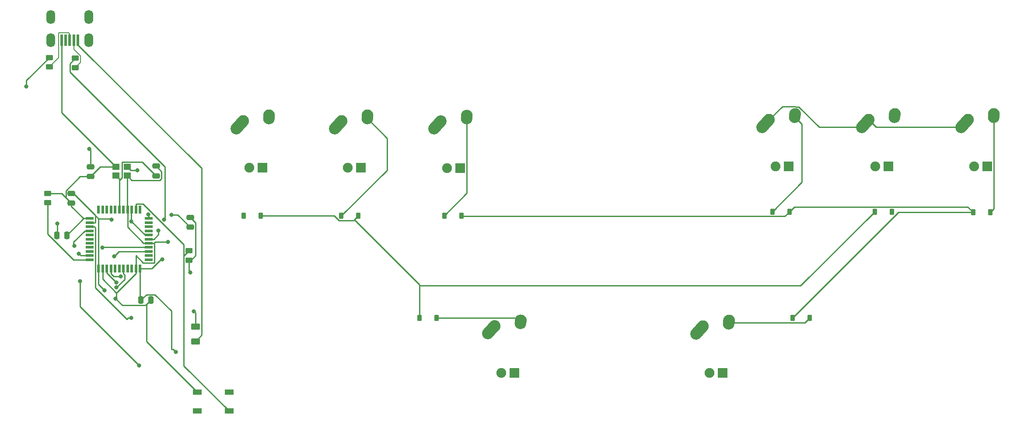
<source format=gtl>
%TF.GenerationSoftware,KiCad,Pcbnew,7.0.2*%
%TF.CreationDate,2023-05-03T01:09:27+02:00*%
%TF.ProjectId,PCB GUIDANCE,50434220-4755-4494-9441-4e43452e6b69,rev?*%
%TF.SameCoordinates,Original*%
%TF.FileFunction,Copper,L1,Top*%
%TF.FilePolarity,Positive*%
%FSLAX45Y45*%
G04 Gerber Fmt 4.5, Leading zero omitted, Abs format (unit mm)*
G04 Created by KiCad (PCBNEW 7.0.2) date 2023-05-03 01:09:27*
%MOMM*%
%LPD*%
G01*
G04 APERTURE LIST*
G04 Aperture macros list*
%AMRoundRect*
0 Rectangle with rounded corners*
0 $1 Rounding radius*
0 $2 $3 $4 $5 $6 $7 $8 $9 X,Y pos of 4 corners*
0 Add a 4 corners polygon primitive as box body*
4,1,4,$2,$3,$4,$5,$6,$7,$8,$9,$2,$3,0*
0 Add four circle primitives for the rounded corners*
1,1,$1+$1,$2,$3*
1,1,$1+$1,$4,$5*
1,1,$1+$1,$6,$7*
1,1,$1+$1,$8,$9*
0 Add four rect primitives between the rounded corners*
20,1,$1+$1,$2,$3,$4,$5,0*
20,1,$1+$1,$4,$5,$6,$7,0*
20,1,$1+$1,$6,$7,$8,$9,0*
20,1,$1+$1,$8,$9,$2,$3,0*%
%AMHorizOval*
0 Thick line with rounded ends*
0 $1 width*
0 $2 $3 position (X,Y) of the first rounded end (center of the circle)*
0 $4 $5 position (X,Y) of the second rounded end (center of the circle)*
0 Add line between two ends*
20,1,$1,$2,$3,$4,$5,0*
0 Add two circle primitives to create the rounded ends*
1,1,$1,$2,$3*
1,1,$1,$4,$5*%
G04 Aperture macros list end*
%TA.AperFunction,SMDPad,CuDef*%
%ADD10RoundRect,0.225000X0.225000X0.375000X-0.225000X0.375000X-0.225000X-0.375000X0.225000X-0.375000X0*%
%TD*%
%TA.AperFunction,SMDPad,CuDef*%
%ADD11R,1.800000X1.100000*%
%TD*%
%TA.AperFunction,ComponentPad*%
%ADD12HorizOval,2.250000X0.655001X0.730000X-0.655001X-0.730000X0*%
%TD*%
%TA.AperFunction,ComponentPad*%
%ADD13C,2.250000*%
%TD*%
%TA.AperFunction,ComponentPad*%
%ADD14HorizOval,2.250000X0.020000X0.290000X-0.020000X-0.290000X0*%
%TD*%
%TA.AperFunction,ComponentPad*%
%ADD15C,1.905000*%
%TD*%
%TA.AperFunction,ComponentPad*%
%ADD16R,1.905000X1.905000*%
%TD*%
%TA.AperFunction,SMDPad,CuDef*%
%ADD17RoundRect,0.250000X0.450000X-0.262500X0.450000X0.262500X-0.450000X0.262500X-0.450000X-0.262500X0*%
%TD*%
%TA.AperFunction,SMDPad,CuDef*%
%ADD18RoundRect,0.225000X-0.225000X-0.375000X0.225000X-0.375000X0.225000X0.375000X-0.225000X0.375000X0*%
%TD*%
%TA.AperFunction,SMDPad,CuDef*%
%ADD19RoundRect,0.250000X0.625000X-0.375000X0.625000X0.375000X-0.625000X0.375000X-0.625000X-0.375000X0*%
%TD*%
%TA.AperFunction,SMDPad,CuDef*%
%ADD20R,0.500000X2.250000*%
%TD*%
%TA.AperFunction,ComponentPad*%
%ADD21O,1.700000X2.700000*%
%TD*%
%TA.AperFunction,SMDPad,CuDef*%
%ADD22RoundRect,0.250000X-0.475000X0.250000X-0.475000X-0.250000X0.475000X-0.250000X0.475000X0.250000X0*%
%TD*%
%TA.AperFunction,SMDPad,CuDef*%
%ADD23RoundRect,0.250000X-0.250000X-0.475000X0.250000X-0.475000X0.250000X0.475000X-0.250000X0.475000X0*%
%TD*%
%TA.AperFunction,SMDPad,CuDef*%
%ADD24R,1.500000X0.550000*%
%TD*%
%TA.AperFunction,SMDPad,CuDef*%
%ADD25R,0.550000X1.500000*%
%TD*%
%TA.AperFunction,SMDPad,CuDef*%
%ADD26R,1.400000X1.200000*%
%TD*%
%TA.AperFunction,SMDPad,CuDef*%
%ADD27RoundRect,0.250000X0.475000X-0.250000X0.475000X0.250000X-0.475000X0.250000X-0.475000X-0.250000X0*%
%TD*%
%TA.AperFunction,ViaPad*%
%ADD28C,0.800000*%
%TD*%
%TA.AperFunction,Conductor*%
%ADD29C,0.254000*%
%TD*%
%TA.AperFunction,Conductor*%
%ADD30C,0.200000*%
%TD*%
G04 APERTURE END LIST*
D10*
%TO.P,D1,1,K*%
%TO.N,ROW0*%
X9562900Y-10353675D03*
%TO.P,D1,2,A*%
%TO.N,Net-(D1-A)*%
X9232900Y-10353675D03*
%TD*%
D11*
%TO.P,SW1,1,1*%
%TO.N,GND*%
X8332350Y-13772300D03*
%TO.P,SW1,2,2*%
%TO.N,Net-(U1-~{RESET})*%
X8952350Y-14142300D03*
%TO.P,SW1,3*%
%TO.N,N/C*%
X8332350Y-14142300D03*
%TO.P,SW1,4*%
X8952350Y-13772300D03*
%TD*%
D12*
%TO.P,MX4,1,COL*%
%TO.N,COL1*%
X19337750Y-8566175D03*
D13*
X19403250Y-8493175D03*
D14*
%TO.P,MX4,2,ROW*%
%TO.N,Net-(D4-A)*%
X19905250Y-8414175D03*
D13*
X19907250Y-8385175D03*
D15*
%TO.P,MX4,3*%
%TO.N,N/C*%
X19526250Y-9401175D03*
D16*
%TO.P,MX4,4*%
X19780250Y-9401175D03*
%TD*%
D17*
%TO.P,R4,1*%
%TO.N,Net-(U1-~{HWB}{slash}PE2)*%
X5441950Y-10101200D03*
%TO.P,R4,2*%
%TO.N,GND*%
X5441950Y-9918700D03*
%TD*%
D18*
%TO.P,D5,1,K*%
%TO.N,ROW0*%
X21450400Y-10274300D03*
%TO.P,D5,2,A*%
%TO.N,Net-(D5-A)*%
X21780400Y-10274300D03*
%TD*%
D19*
%TO.P,F1,1*%
%TO.N,VCC*%
X8299450Y-12789200D03*
%TO.P,F1,2*%
%TO.N,+5V*%
X8299450Y-12509200D03*
%TD*%
D12*
%TO.P,MX2,1,COL*%
%TO.N,COL1*%
X11060525Y-8591675D03*
D13*
X11126025Y-8518675D03*
D14*
%TO.P,MX2,2,ROW*%
%TO.N,Net-(D2-A)*%
X11628025Y-8439675D03*
D13*
X11630025Y-8410675D03*
D15*
%TO.P,MX2,3*%
%TO.N,N/C*%
X11249025Y-9426675D03*
D16*
%TO.P,MX2,4*%
X11503025Y-9426675D03*
%TD*%
D20*
%TO.P,USB1,1,GND*%
%TO.N,GND*%
X5707400Y-6952400D03*
%TO.P,USB1,2,ID*%
%TO.N,unconnected-(USB1-ID-Pad2)*%
X5787400Y-6952400D03*
%TO.P,USB1,3,D+*%
%TO.N,D+*%
X5867400Y-6952400D03*
%TO.P,USB1,4,D-*%
%TO.N,D-*%
X5947400Y-6952400D03*
%TO.P,USB1,5,VBUS*%
%TO.N,VCC*%
X6027400Y-6952400D03*
D21*
%TO.P,USB1,6,SHIELD*%
%TO.N,unconnected-(USB1-SHIELD-Pad6)*%
X6232400Y-6502400D03*
X5502400Y-6502400D03*
X6232400Y-6952400D03*
X5502400Y-6952400D03*
%TD*%
D12*
%TO.P,MX3,1,COL*%
%TO.N,COL2*%
X12981400Y-8594750D03*
D13*
X13046900Y-8521750D03*
D14*
%TO.P,MX3,2,ROW*%
%TO.N,Net-(D3-A)*%
X13548900Y-8442750D03*
D13*
X13550900Y-8413750D03*
D15*
%TO.P,MX3,3*%
%TO.N,N/C*%
X13169900Y-9429750D03*
D16*
%TO.P,MX3,4*%
X13423900Y-9429750D03*
%TD*%
D12*
%TO.P,MX5,1,COL*%
%TO.N,COL1*%
X21268150Y-8566175D03*
D13*
X21333650Y-8493175D03*
D14*
%TO.P,MX5,2,ROW*%
%TO.N,Net-(D5-A)*%
X21835650Y-8414175D03*
D13*
X21837650Y-8385175D03*
D15*
%TO.P,MX5,3*%
%TO.N,N/C*%
X21456650Y-9401175D03*
D16*
%TO.P,MX5,4*%
X21710650Y-9401175D03*
%TD*%
D22*
%TO.P,C5,1*%
%TO.N,+5V*%
X8197850Y-10388600D03*
%TO.P,C5,2*%
%TO.N,GND*%
X8197850Y-10578600D03*
%TD*%
D17*
%TO.P,R2,1*%
%TO.N,D+*%
X5473700Y-7469950D03*
%TO.P,R2,2*%
%TO.N,Net-(U1-D+)*%
X5473700Y-7287450D03*
%TD*%
D23*
%TO.P,C3,1*%
%TO.N,Net-(U1-UCAP)*%
X5620250Y-10731500D03*
%TO.P,C3,2*%
%TO.N,GND*%
X5810250Y-10731500D03*
%TD*%
D10*
%TO.P,D4,1,K*%
%TO.N,ROW1*%
X19796025Y-10274300D03*
%TO.P,D4,2,A*%
%TO.N,Net-(D4-A)*%
X19466025Y-10274300D03*
%TD*%
D24*
%TO.P,U1,1,PE6*%
%TO.N,unconnected-(U1-PE6-Pad1)*%
X7396250Y-11207700D03*
%TO.P,U1,2,UVCC*%
%TO.N,+5V*%
X7396250Y-11127700D03*
%TO.P,U1,3,D-*%
%TO.N,Net-(U1-D-)*%
X7396250Y-11047700D03*
%TO.P,U1,4,D+*%
%TO.N,Net-(U1-D+)*%
X7396250Y-10967700D03*
%TO.P,U1,5,UGND*%
%TO.N,GND*%
X7396250Y-10887700D03*
%TO.P,U1,6,UCAP*%
%TO.N,Net-(U1-UCAP)*%
X7396250Y-10807700D03*
%TO.P,U1,7,VBUS*%
%TO.N,+5V*%
X7396250Y-10727700D03*
%TO.P,U1,8,PB0*%
%TO.N,unconnected-(U1-PB0-Pad8)*%
X7396250Y-10647700D03*
%TO.P,U1,9,PB1*%
%TO.N,unconnected-(U1-PB1-Pad9)*%
X7396250Y-10567700D03*
%TO.P,U1,10,PB2*%
%TO.N,unconnected-(U1-PB2-Pad10)*%
X7396250Y-10487700D03*
%TO.P,U1,11,PB3*%
%TO.N,unconnected-(U1-PB3-Pad11)*%
X7396250Y-10407700D03*
D25*
%TO.P,U1,12,PB7*%
%TO.N,unconnected-(U1-PB7-Pad12)*%
X7226250Y-10237700D03*
%TO.P,U1,13,~{RESET}*%
%TO.N,Net-(U1-~{RESET})*%
X7146250Y-10237700D03*
%TO.P,U1,14,VCC*%
%TO.N,+5V*%
X7066250Y-10237700D03*
%TO.P,U1,15,GND*%
%TO.N,GND*%
X6986250Y-10237700D03*
%TO.P,U1,16,XTAL2*%
%TO.N,Net-(U1-XTAL2)*%
X6906250Y-10237700D03*
%TO.P,U1,17,XTAL1*%
%TO.N,Net-(U1-XTAL1)*%
X6826250Y-10237700D03*
%TO.P,U1,18,PD0*%
%TO.N,unconnected-(U1-PD0-Pad18)*%
X6746250Y-10237700D03*
%TO.P,U1,19,PD1*%
%TO.N,unconnected-(U1-PD1-Pad19)*%
X6666250Y-10237700D03*
%TO.P,U1,20,PD2*%
%TO.N,unconnected-(U1-PD2-Pad20)*%
X6586250Y-10237700D03*
%TO.P,U1,21,PD3*%
%TO.N,unconnected-(U1-PD3-Pad21)*%
X6506250Y-10237700D03*
%TO.P,U1,22,PD5*%
%TO.N,unconnected-(U1-PD5-Pad22)*%
X6426250Y-10237700D03*
D24*
%TO.P,U1,23,GND*%
%TO.N,GND*%
X6256250Y-10407700D03*
%TO.P,U1,24,AVCC*%
%TO.N,+5V*%
X6256250Y-10487700D03*
%TO.P,U1,25,PD4*%
%TO.N,unconnected-(U1-PD4-Pad25)*%
X6256250Y-10567700D03*
%TO.P,U1,26,PD6*%
%TO.N,unconnected-(U1-PD6-Pad26)*%
X6256250Y-10647700D03*
%TO.P,U1,27,PD7*%
%TO.N,unconnected-(U1-PD7-Pad27)*%
X6256250Y-10727700D03*
%TO.P,U1,28,PB4*%
%TO.N,unconnected-(U1-PB4-Pad28)*%
X6256250Y-10807700D03*
%TO.P,U1,29,PB5*%
%TO.N,unconnected-(U1-PB5-Pad29)*%
X6256250Y-10887700D03*
%TO.P,U1,30,PB6*%
%TO.N,unconnected-(U1-PB6-Pad30)*%
X6256250Y-10967700D03*
%TO.P,U1,31,PC6*%
%TO.N,unconnected-(U1-PC6-Pad31)*%
X6256250Y-11047700D03*
%TO.P,U1,32,PC7*%
%TO.N,unconnected-(U1-PC7-Pad32)*%
X6256250Y-11127700D03*
%TO.P,U1,33,~{HWB}/PE2*%
%TO.N,Net-(U1-~{HWB}{slash}PE2)*%
X6256250Y-11207700D03*
D25*
%TO.P,U1,34,VCC*%
%TO.N,+5V*%
X6426250Y-11377700D03*
%TO.P,U1,35,GND*%
%TO.N,GND*%
X6506250Y-11377700D03*
%TO.P,U1,36,PF7*%
%TO.N,unconnected-(U1-PF7-Pad36)*%
X6586250Y-11377700D03*
%TO.P,U1,37,PF6*%
%TO.N,unconnected-(U1-PF6-Pad37)*%
X6666250Y-11377700D03*
%TO.P,U1,38,PF5*%
%TO.N,unconnected-(U1-PF5-Pad38)*%
X6746250Y-11377700D03*
%TO.P,U1,39,PF4*%
%TO.N,unconnected-(U1-PF4-Pad39)*%
X6826250Y-11377700D03*
%TO.P,U1,40,PF1*%
%TO.N,unconnected-(U1-PF1-Pad40)*%
X6906250Y-11377700D03*
%TO.P,U1,41,PF0*%
%TO.N,unconnected-(U1-PF0-Pad41)*%
X6986250Y-11377700D03*
%TO.P,U1,42,AREF*%
%TO.N,unconnected-(U1-AREF-Pad42)*%
X7066250Y-11377700D03*
%TO.P,U1,43,GND*%
%TO.N,GND*%
X7146250Y-11377700D03*
%TO.P,U1,44,AVCC*%
%TO.N,+5V*%
X7226250Y-11377700D03*
%TD*%
D26*
%TO.P,Y1,1,1*%
%TO.N,Net-(U1-XTAL1)*%
X6758650Y-9575800D03*
%TO.P,Y1,2,2*%
%TO.N,GND*%
X6978650Y-9575800D03*
%TO.P,Y1,3,3*%
%TO.N,Net-(U1-XTAL2)*%
X6978650Y-9405800D03*
%TO.P,Y1,4,4*%
%TO.N,GND*%
X6758650Y-9405800D03*
%TD*%
D12*
%TO.P,MX7,1,COL*%
%TO.N,COL1*%
X14029150Y-12566675D03*
D13*
X14094650Y-12493675D03*
D14*
%TO.P,MX7,2,ROW*%
%TO.N,Net-(D7-A)*%
X14596650Y-12414675D03*
D13*
X14598650Y-12385675D03*
D15*
%TO.P,MX7,3*%
%TO.N,N/C*%
X14217650Y-13401675D03*
D16*
%TO.P,MX7,4*%
X14471650Y-13401675D03*
%TD*%
D10*
%TO.P,D2,1,K*%
%TO.N,ROW0*%
X11455400Y-10353675D03*
%TO.P,D2,2,A*%
%TO.N,Net-(D2-A)*%
X11125400Y-10353675D03*
%TD*%
D17*
%TO.P,R3,1*%
%TO.N,D-*%
X5975475Y-7484325D03*
%TO.P,R3,2*%
%TO.N,Net-(U1-D-)*%
X5975475Y-7301825D03*
%TD*%
D23*
%TO.P,C6,1*%
%TO.N,+5V*%
X7245850Y-11988800D03*
%TO.P,C6,2*%
%TO.N,GND*%
X7435850Y-11988800D03*
%TD*%
D18*
%TO.P,D7,1,K*%
%TO.N,ROW0*%
X12633525Y-12338050D03*
%TO.P,D7,2,A*%
%TO.N,Net-(D7-A)*%
X12963525Y-12338050D03*
%TD*%
D10*
%TO.P,D3,1,K*%
%TO.N,ROW1*%
X13446025Y-10353675D03*
%TO.P,D3,2,A*%
%TO.N,Net-(D3-A)*%
X13116025Y-10353675D03*
%TD*%
D18*
%TO.P,D8,1,K*%
%TO.N,ROW1*%
X19856650Y-12338050D03*
%TO.P,D8,2,A*%
%TO.N,Net-(D8-A)*%
X20186650Y-12338050D03*
%TD*%
D27*
%TO.P,C2,1*%
%TO.N,GND*%
X6267450Y-9594600D03*
%TO.P,C2,2*%
%TO.N,Net-(U1-XTAL2)*%
X6267450Y-9404600D03*
%TD*%
D22*
%TO.P,C1,1*%
%TO.N,GND*%
X7537450Y-9391900D03*
%TO.P,C1,2*%
%TO.N,Net-(U1-XTAL1)*%
X7537450Y-9581900D03*
%TD*%
D17*
%TO.P,R1,1*%
%TO.N,+5V*%
X8175625Y-11216450D03*
%TO.P,R1,2*%
%TO.N,Net-(U1-~{RESET})*%
X8175625Y-11033950D03*
%TD*%
D18*
%TO.P,D6,1,K*%
%TO.N,ROW1*%
X23355400Y-10289125D03*
%TO.P,D6,2,A*%
%TO.N,Net-(D6-A)*%
X23685400Y-10289125D03*
%TD*%
D12*
%TO.P,MX1,1,COL*%
%TO.N,COL2*%
X9155525Y-8591675D03*
D13*
X9221025Y-8518675D03*
D14*
%TO.P,MX1,2,ROW*%
%TO.N,Net-(D1-A)*%
X9723025Y-8439675D03*
D13*
X9725025Y-8410675D03*
D15*
%TO.P,MX1,3*%
%TO.N,N/C*%
X9344025Y-9426675D03*
D16*
%TO.P,MX1,4*%
X9598025Y-9426675D03*
%TD*%
D22*
%TO.P,C4,1*%
%TO.N,+5V*%
X5899150Y-9919200D03*
%TO.P,C4,2*%
%TO.N,GND*%
X5899150Y-10109200D03*
%TD*%
D12*
%TO.P,MX8,1,COL*%
%TO.N,COL1*%
X18057400Y-12569800D03*
D13*
X18122900Y-12496800D03*
D14*
%TO.P,MX8,2,ROW*%
%TO.N,Net-(D8-A)*%
X18624900Y-12417800D03*
D13*
X18626900Y-12388800D03*
D15*
%TO.P,MX8,3*%
%TO.N,N/C*%
X18245900Y-13404800D03*
D16*
%TO.P,MX8,4*%
X18499900Y-13404800D03*
%TD*%
D12*
%TO.P,MX6,1,COL*%
%TO.N,COL1*%
X23185850Y-8566175D03*
D13*
X23251350Y-8493175D03*
D14*
%TO.P,MX6,2,ROW*%
%TO.N,Net-(D6-A)*%
X23753350Y-8414175D03*
D13*
X23755350Y-8385175D03*
D15*
%TO.P,MX6,3*%
%TO.N,N/C*%
X23374350Y-9401175D03*
D16*
%TO.P,MX6,4*%
X23628350Y-9401175D03*
%TD*%
D28*
%TO.N,GND*%
X7835900Y-10337800D03*
X6756400Y-11963400D03*
X7772400Y-10858500D03*
%TO.N,Net-(U1-XTAL2)*%
X6248400Y-9055100D03*
X7175500Y-9474200D03*
%TO.N,Net-(U1-UCAP)*%
X5626100Y-10502900D03*
X7581900Y-10642600D03*
%TO.N,+5V*%
X6540500Y-11798300D03*
X7658100Y-11201400D03*
X7924800Y-12992100D03*
X8267700Y-12204700D03*
X8204200Y-11455400D03*
X7061200Y-10464800D03*
X6680200Y-10426700D03*
%TO.N,Net-(U1-D+)*%
X6502400Y-10972800D03*
X5029200Y-7848600D03*
%TO.N,Net-(U1-D-)*%
X7696200Y-10426700D03*
X6731000Y-11137900D03*
%TO.N,unconnected-(U1-PB3-Pad11)*%
X7385104Y-10331396D03*
%TO.N,unconnected-(U1-PD4-Pad25)*%
X7061200Y-12331700D03*
%TO.N,unconnected-(U1-PD6-Pad26)*%
X5956300Y-10934700D03*
%TO.N,unconnected-(U1-PC7-Pad32)*%
X7213600Y-13258800D03*
X6070600Y-11620500D03*
X6045200Y-11087100D03*
%TO.N,unconnected-(U1-PF7-Pad36)*%
X6769100Y-11645900D03*
%TO.N,unconnected-(U1-PF6-Pad37)*%
X6858000Y-11531600D03*
%TO.N,unconnected-(U1-PF1-Pad40)*%
X6768592Y-11745849D03*
%TD*%
D29*
%TO.N,GND*%
X6769100Y-11950700D02*
X6756400Y-11963400D01*
X6267450Y-9594600D02*
X6069650Y-9594600D01*
X7608850Y-9664600D02*
X7067450Y-9664600D01*
X7396250Y-10887700D02*
X7295850Y-10887700D01*
X6887000Y-12094000D02*
X7330650Y-12094000D01*
X6756400Y-11963400D02*
X6887000Y-12094000D01*
X6978650Y-9575800D02*
X6978650Y-10230100D01*
X7496650Y-10887700D02*
X7525850Y-10858500D01*
X7537450Y-9391900D02*
X7642650Y-9497100D01*
X7503950Y-10907500D02*
X7484150Y-10887700D01*
X5899150Y-10172800D02*
X6134050Y-10407700D01*
X5793950Y-9870300D02*
X5793950Y-10004000D01*
X5899150Y-10109200D02*
X5899150Y-10172800D01*
X7146250Y-11471950D02*
X7146250Y-11377700D01*
X5708650Y-9918700D02*
X5899150Y-10109200D01*
X6456250Y-9405800D02*
X6758650Y-9405800D01*
X7067450Y-9664600D02*
X6978650Y-9575800D01*
X7642650Y-9630800D02*
X7608850Y-9664600D01*
X7642650Y-9497100D02*
X7642650Y-9630800D01*
X7146250Y-11125600D02*
X7288550Y-11267900D01*
X7350125Y-12790075D02*
X8332350Y-13772300D01*
X6267450Y-9594600D02*
X6456250Y-9405800D01*
X5810250Y-10731500D02*
X6134050Y-10407700D01*
X6069650Y-9594600D02*
X5793950Y-9870300D01*
X7146250Y-11377700D02*
X7146250Y-11125600D01*
X7835900Y-10337800D02*
X7957050Y-10337800D01*
X6758650Y-9405800D02*
X5707400Y-8354550D01*
X7396250Y-10887700D02*
X7496650Y-10887700D01*
X7330650Y-12094000D02*
X7350125Y-12074525D01*
X6986250Y-10578100D02*
X6986250Y-10237700D01*
X6506250Y-11377700D02*
X6506250Y-11586250D01*
X6769100Y-11849100D02*
X7146250Y-11471950D01*
X7288550Y-11267900D02*
X7503950Y-11267900D01*
X6978650Y-10230100D02*
X6986250Y-10237700D01*
X7525850Y-10858500D02*
X7772400Y-10858500D01*
X6134050Y-10407700D02*
X6256250Y-10407700D01*
X5793950Y-10004000D02*
X5899150Y-10109200D01*
X5707400Y-8354550D02*
X5707400Y-6952400D01*
X6769100Y-11849100D02*
X6769100Y-11950700D01*
X7484150Y-10887700D02*
X7295850Y-10887700D01*
X5441950Y-9918700D02*
X5708650Y-9918700D01*
X7350125Y-12074525D02*
X7435850Y-11988800D01*
X7503950Y-11267900D02*
X7503950Y-10907500D01*
X7295850Y-10887700D02*
X6986250Y-10578100D01*
X6506250Y-11586250D02*
X6769100Y-11849100D01*
X7350125Y-12074525D02*
X7350125Y-12790075D01*
X7957050Y-10337800D02*
X8197850Y-10578600D01*
%TO.N,Net-(U1-XTAL1)*%
X6758650Y-9575800D02*
X6826250Y-9643400D01*
X6875950Y-9313100D02*
X6875950Y-9615000D01*
X6826250Y-9643400D02*
X6826250Y-9664700D01*
X6826250Y-9664700D02*
X6826250Y-10237700D01*
X6875950Y-9615000D02*
X6826250Y-9664700D01*
X7268650Y-9313100D02*
X6875950Y-9313100D01*
X7537450Y-9581900D02*
X7268650Y-9313100D01*
%TO.N,Net-(U1-XTAL2)*%
X7175500Y-9474200D02*
X7047050Y-9474200D01*
X7047050Y-9474200D02*
X6978650Y-9405800D01*
X6267450Y-9074150D02*
X6248400Y-9055100D01*
X6267450Y-9404600D02*
X6267450Y-9074150D01*
%TO.N,Net-(U1-UCAP)*%
X7581900Y-10722450D02*
X7581900Y-10642600D01*
X5626100Y-10725650D02*
X5620250Y-10731500D01*
X5626100Y-10502900D02*
X5626100Y-10725650D01*
X7496650Y-10807700D02*
X7581900Y-10722450D01*
X7396250Y-10807700D02*
X7496650Y-10807700D01*
%TO.N,+5V*%
X8175625Y-11216450D02*
X8175625Y-11426825D01*
X6540500Y-11798300D02*
X6426250Y-11684050D01*
X6426250Y-10409800D02*
X6663300Y-10409800D01*
X6352125Y-10335675D02*
X6363950Y-10347500D01*
X7226250Y-11969200D02*
X7245850Y-11988800D01*
X7835900Y-12203575D02*
X7835900Y-12941300D01*
X7835900Y-12941300D02*
X7874000Y-12941300D01*
X7245850Y-11988800D02*
X7351050Y-11883600D01*
X8303050Y-11127950D02*
X8303050Y-10493800D01*
X6356650Y-10487700D02*
X6256250Y-10487700D01*
X7324100Y-10727700D02*
X7061200Y-10464800D01*
X8175625Y-11426825D02*
X8204200Y-11455400D01*
X7458355Y-11377700D02*
X7226250Y-11377700D01*
X6663300Y-10409800D02*
X6680200Y-10426700D01*
X7396250Y-10727700D02*
X7324100Y-10727700D01*
X5899150Y-9919200D02*
X5935650Y-9919200D01*
X8303050Y-10493800D02*
X8197850Y-10388600D01*
X7515925Y-11883600D02*
X7835900Y-12203575D01*
X8175625Y-11216450D02*
X8214550Y-11216450D01*
X8299450Y-12236450D02*
X8299450Y-12509200D01*
X6426250Y-11684050D02*
X6426250Y-11377700D01*
X7874000Y-12941300D02*
X7924800Y-12992100D01*
X6363950Y-10347500D02*
X6363950Y-10480400D01*
X7061200Y-10464800D02*
X7061200Y-10242750D01*
X7226250Y-11377700D02*
X7226250Y-11969200D01*
X8214550Y-11216450D02*
X8303050Y-11127950D01*
X8267700Y-12204700D02*
X8299450Y-12236450D01*
X5935650Y-9919200D02*
X6352125Y-10335675D01*
X7634655Y-11201400D02*
X7458355Y-11377700D01*
X6426250Y-10409800D02*
X6426250Y-11377700D01*
X7061200Y-10242750D02*
X7066250Y-10237700D01*
X6363950Y-10480400D02*
X6356650Y-10487700D01*
X6352125Y-10335675D02*
X6426250Y-10409800D01*
X7658100Y-11201400D02*
X7634655Y-11201400D01*
X7351050Y-11883600D02*
X7515925Y-11883600D01*
%TO.N,ROW0*%
X9562900Y-10353675D02*
X10987335Y-10353675D01*
X10987335Y-10353675D02*
X11080035Y-10446375D01*
X12633525Y-11709400D02*
X20015300Y-11709400D01*
X11374437Y-10434638D02*
X12633525Y-11693725D01*
X11362700Y-10446375D02*
X11374437Y-10434638D01*
X11374437Y-10434638D02*
X11455400Y-10353675D01*
X11080035Y-10446375D02*
X11362700Y-10446375D01*
X12633525Y-11693725D02*
X12633525Y-11709400D01*
X20015300Y-11709400D02*
X21450400Y-10274300D01*
X12633525Y-11709400D02*
X12633525Y-12338050D01*
%TO.N,Net-(D2-A)*%
X12009225Y-8851875D02*
X11626025Y-8468675D01*
X11125400Y-10353675D02*
X12009225Y-9469850D01*
X12009225Y-9469850D02*
X12009225Y-8851875D01*
%TO.N,ROW1*%
X13459350Y-10367000D02*
X13446025Y-10353675D01*
X23247875Y-10181600D02*
X23355400Y-10289125D01*
X19703325Y-10367000D02*
X13459350Y-10367000D01*
X19856650Y-12338050D02*
X21905575Y-10289125D01*
X19796025Y-10274300D02*
X19888725Y-10181600D01*
X19796025Y-10274300D02*
X19703325Y-10367000D01*
X19888725Y-10181600D02*
X23247875Y-10181600D01*
X21905575Y-10289125D02*
X23355400Y-10289125D01*
%TO.N,Net-(D3-A)*%
X13551850Y-8845760D02*
X13551850Y-9917850D01*
X13546900Y-8840810D02*
X13551850Y-8845760D01*
X13546900Y-8471750D02*
X13546900Y-8840810D01*
X13551850Y-9917850D02*
X13116025Y-10353675D01*
%TO.N,Net-(D4-A)*%
X20036050Y-9704275D02*
X20036050Y-8575975D01*
X20036050Y-8575975D02*
X19903250Y-8443175D01*
X19466025Y-10274300D02*
X20036050Y-9704275D01*
%TO.N,VCC*%
X8419650Y-9432150D02*
X8419650Y-12669000D01*
X6027400Y-7039900D02*
X8419650Y-9432150D01*
X8419650Y-12669000D02*
X8299450Y-12789200D01*
X6027400Y-6952400D02*
X6027400Y-7039900D01*
%TO.N,COL1*%
X20371959Y-8639175D02*
X19977241Y-8244457D01*
X21479650Y-8639175D02*
X21333650Y-8493175D01*
X23120350Y-8639175D02*
X21479650Y-8639175D01*
X19977241Y-8244457D02*
X19857239Y-8236181D01*
X21202650Y-8639175D02*
X20371959Y-8639175D01*
X19857239Y-8236181D02*
X19660244Y-8236181D01*
X19660244Y-8236181D02*
X19403250Y-8493175D01*
%TO.N,Net-(U1-~{RESET})*%
X8072925Y-11136650D02*
X8175625Y-11033950D01*
X7153550Y-10130000D02*
X7146250Y-10137300D01*
X8072925Y-11136650D02*
X8072925Y-10916475D01*
X7146250Y-10137300D02*
X7146250Y-10237700D01*
X8072925Y-10916475D02*
X7286450Y-10130000D01*
X8072925Y-13262875D02*
X8072925Y-11136650D01*
X7286450Y-10130000D02*
X7153550Y-10130000D01*
X8952350Y-14142300D02*
X8072925Y-13262875D01*
D30*
%TO.N,D+*%
X5473700Y-7469950D02*
X5652400Y-7291250D01*
X5652400Y-6809900D02*
X5842400Y-6809900D01*
X5842400Y-6809900D02*
X5867400Y-6834900D01*
X5652400Y-7291250D02*
X5652400Y-6809900D01*
X5867400Y-6834900D02*
X5867400Y-6952400D01*
D29*
%TO.N,Net-(U1-D+)*%
X5029200Y-7848600D02*
X5029200Y-7731950D01*
X7396250Y-10967700D02*
X6507500Y-10967700D01*
X6507500Y-10967700D02*
X6502400Y-10972800D01*
X5029200Y-7731950D02*
X5473700Y-7287450D01*
D30*
%TO.N,D-*%
X5947400Y-6952400D02*
X5947400Y-7124718D01*
X6075475Y-7252793D02*
X6075475Y-7384325D01*
X6075475Y-7384325D02*
X5975475Y-7484325D01*
X5947400Y-7124718D02*
X6075475Y-7252793D01*
D29*
%TO.N,Net-(U1-D-)*%
X7708900Y-10414000D02*
X7696200Y-10426700D01*
X7708900Y-10210800D02*
X7708900Y-10414000D01*
X7708900Y-9409250D02*
X7708900Y-10210800D01*
X6731000Y-11137900D02*
X6821200Y-11047700D01*
X5872775Y-7573125D02*
X7708900Y-9409250D01*
X5872775Y-7404525D02*
X5872775Y-7573125D01*
X5975475Y-7301825D02*
X5872775Y-7404525D01*
X6821200Y-11047700D02*
X7396250Y-11047700D01*
%TO.N,Net-(U1-~{HWB}{slash}PE2)*%
X5942350Y-11207700D02*
X5441950Y-10707300D01*
X6256250Y-11207700D02*
X5942350Y-11207700D01*
X5441950Y-10707300D02*
X5441950Y-10101200D01*
%TO.N,unconnected-(U1-PB3-Pad11)*%
X7396250Y-10342543D02*
X7385104Y-10331396D01*
X7396250Y-10407700D02*
X7396250Y-10342543D01*
%TO.N,unconnected-(U1-PD4-Pad25)*%
X6344150Y-10567700D02*
X6363950Y-10587500D01*
X6256250Y-10567700D02*
X6344150Y-10567700D01*
X6997700Y-12331700D02*
X7061200Y-12331700D01*
X6972300Y-12357100D02*
X6997700Y-12331700D01*
X6363950Y-10587500D02*
X6363950Y-11748750D01*
X6363950Y-11748750D02*
X6972300Y-12357100D01*
%TO.N,unconnected-(U1-PD6-Pad26)*%
X5943600Y-10859950D02*
X5943600Y-10922000D01*
X6256250Y-10647700D02*
X6155850Y-10647700D01*
X6155850Y-10647700D02*
X5943600Y-10859950D01*
X5943600Y-10922000D02*
X5956300Y-10934700D01*
%TO.N,unconnected-(U1-PC7-Pad32)*%
X6070600Y-12115800D02*
X7213600Y-13258800D01*
X6085800Y-11127700D02*
X6045200Y-11087100D01*
X6256250Y-11127700D02*
X6085800Y-11127700D01*
X6070600Y-11620500D02*
X6070600Y-12115800D01*
%TO.N,unconnected-(U1-PF7-Pad36)*%
X6766550Y-11645900D02*
X6769100Y-11645900D01*
X6586250Y-11465600D02*
X6766550Y-11645900D01*
X6586250Y-11377700D02*
X6586250Y-11465600D01*
%TO.N,unconnected-(U1-PF6-Pad37)*%
X6666250Y-11377700D02*
X6666250Y-11478100D01*
X6666250Y-11478100D02*
X6719750Y-11531600D01*
X6719750Y-11531600D02*
X6858000Y-11531600D01*
%TO.N,unconnected-(U1-PF1-Pad40)*%
X6930700Y-11501487D02*
X6930700Y-11587113D01*
X6906250Y-11377700D02*
X6906250Y-11477037D01*
X6771965Y-11745849D02*
X6768592Y-11745849D01*
X6906250Y-11477037D02*
X6930700Y-11501487D01*
X6930700Y-11587113D02*
X6771965Y-11745849D01*
%TO.N,Net-(D6-A)*%
X23756300Y-8448125D02*
X23751350Y-8443175D01*
X23756300Y-10218225D02*
X23756300Y-8448125D01*
X23685400Y-10289125D02*
X23756300Y-10218225D01*
%TO.N,Net-(D7-A)*%
X14551025Y-12338050D02*
X14598650Y-12385675D01*
X12963525Y-12338050D02*
X14551025Y-12338050D01*
%TO.N,Net-(D8-A)*%
X20093950Y-12430750D02*
X18638950Y-12430750D01*
X20186650Y-12338050D02*
X20093950Y-12430750D01*
X18638950Y-12430750D02*
X18622900Y-12446800D01*
%TD*%
M02*

</source>
